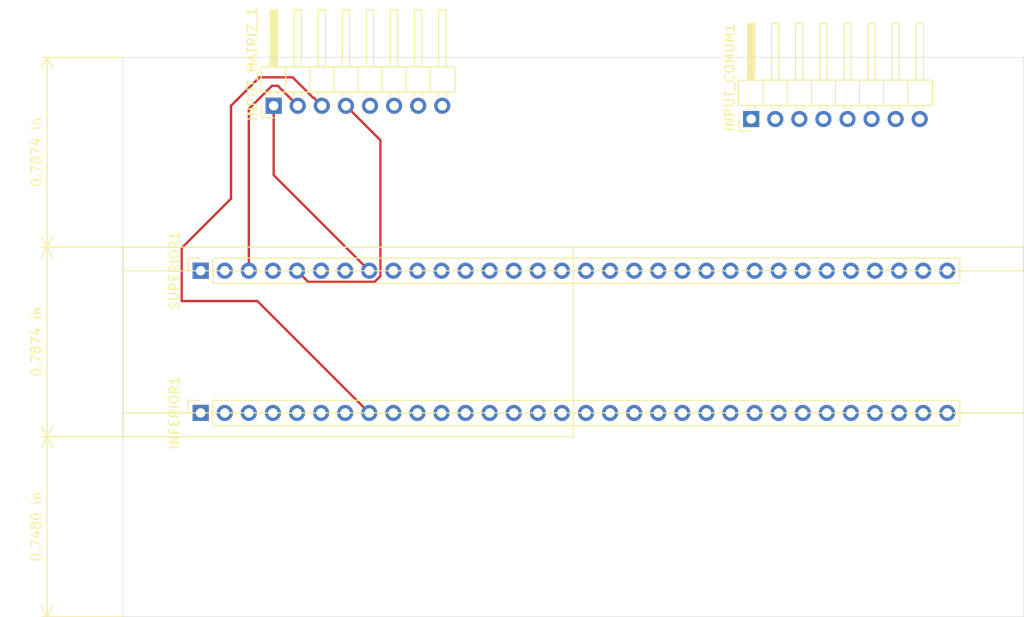
<source format=kicad_pcb>
(kicad_pcb (version 20171130) (host pcbnew "(5.1.5)-3")

  (general
    (thickness 1.6)
    (drawings 15)
    (tracks 23)
    (zones 0)
    (modules 4)
    (nets 41)
  )

  (page A4)
  (layers
    (0 F.Cu signal)
    (31 B.Cu signal)
    (32 B.Adhes user)
    (33 F.Adhes user)
    (34 B.Paste user)
    (35 F.Paste user)
    (36 B.SilkS user)
    (37 F.SilkS user)
    (38 B.Mask user)
    (39 F.Mask user)
    (40 Dwgs.User user)
    (41 Cmts.User user)
    (42 Eco1.User user)
    (43 Eco2.User user)
    (44 Edge.Cuts user)
    (45 Margin user)
    (46 B.CrtYd user)
    (47 F.CrtYd user)
    (48 B.Fab user)
    (49 F.Fab user)
  )

  (setup
    (last_trace_width 0.25)
    (trace_clearance 0.2)
    (zone_clearance 0.508)
    (zone_45_only no)
    (trace_min 0.2)
    (via_size 0.8)
    (via_drill 0.4)
    (via_min_size 0.4)
    (via_min_drill 0.3)
    (uvia_size 0.3)
    (uvia_drill 0.1)
    (uvias_allowed no)
    (uvia_min_size 0.2)
    (uvia_min_drill 0.1)
    (edge_width 0.05)
    (segment_width 0.2)
    (pcb_text_width 0.3)
    (pcb_text_size 1.5 1.5)
    (mod_edge_width 0.12)
    (mod_text_size 1 1)
    (mod_text_width 0.15)
    (pad_size 1.524 1.524)
    (pad_drill 0.762)
    (pad_to_mask_clearance 0.051)
    (solder_mask_min_width 0.25)
    (aux_axis_origin 157.4546 53.3146)
    (visible_elements 7FFFFFFF)
    (pcbplotparams
      (layerselection 0x010fc_ffffffff)
      (usegerberextensions false)
      (usegerberattributes false)
      (usegerberadvancedattributes false)
      (creategerberjobfile false)
      (excludeedgelayer true)
      (linewidth 0.100000)
      (plotframeref false)
      (viasonmask false)
      (mode 1)
      (useauxorigin false)
      (hpglpennumber 1)
      (hpglpenspeed 20)
      (hpglpendiameter 15.000000)
      (psnegative false)
      (psa4output false)
      (plotreference true)
      (plotvalue true)
      (plotinvisibletext false)
      (padsonsilk false)
      (subtractmaskfromsilk false)
      (outputformat 1)
      (mirror false)
      (drillshape 1)
      (scaleselection 1)
      (outputdirectory ""))
  )

  (net 0 "")
  (net 1 /M_1_8)
  (net 2 /M_1_7)
  (net 3 /M_1_6)
  (net 4 /M_1_5)
  (net 5 /M_1_4)
  (net 6 /M_1_3)
  (net 7 /M_1_2)
  (net 8 /M_1_1)
  (net 9 /M_2_8)
  (net 10 /M_2_7)
  (net 11 /M_2_6)
  (net 12 /M_2_5)
  (net 13 /M_2_4)
  (net 14 /M_2_3)
  (net 15 /M_2_2)
  (net 16 /M_2_1)
  (net 17 /C4)
  (net 18 /C6)
  (net 19 /C1)
  (net 20 /C8)
  (net 21 /C7)
  (net 22 /C5)
  (net 23 /C3)
  (net 24 /C2)
  (net 25 /M_3_8)
  (net 26 /M_3_7)
  (net 27 /M_3_6)
  (net 28 /M_3_5)
  (net 29 /M_3_4)
  (net 30 /M_3_3)
  (net 31 /M_3_2)
  (net 32 /M_3_1)
  (net 33 /M_4_8)
  (net 34 /M_4_7)
  (net 35 /M_4_6)
  (net 36 /M_4_5)
  (net 37 /M_4_4)
  (net 38 /M_4_3)
  (net 39 /M_4_2)
  (net 40 /M_4_1)

  (net_class Default "Esta é a classe de rede padrão."
    (clearance 0.2)
    (trace_width 0.25)
    (via_dia 0.8)
    (via_drill 0.4)
    (uvia_dia 0.3)
    (uvia_drill 0.1)
    (add_net /C1)
    (add_net /C2)
    (add_net /C3)
    (add_net /C4)
    (add_net /C5)
    (add_net /C6)
    (add_net /C7)
    (add_net /C8)
    (add_net /M_1_1)
    (add_net /M_1_2)
    (add_net /M_1_3)
    (add_net /M_1_4)
    (add_net /M_1_5)
    (add_net /M_1_6)
    (add_net /M_1_7)
    (add_net /M_1_8)
    (add_net /M_2_1)
    (add_net /M_2_2)
    (add_net /M_2_3)
    (add_net /M_2_4)
    (add_net /M_2_5)
    (add_net /M_2_6)
    (add_net /M_2_7)
    (add_net /M_2_8)
    (add_net /M_3_1)
    (add_net /M_3_2)
    (add_net /M_3_3)
    (add_net /M_3_4)
    (add_net /M_3_5)
    (add_net /M_3_6)
    (add_net /M_3_7)
    (add_net /M_3_8)
    (add_net /M_4_1)
    (add_net /M_4_2)
    (add_net /M_4_3)
    (add_net /M_4_4)
    (add_net /M_4_5)
    (add_net /M_4_6)
    (add_net /M_4_7)
    (add_net /M_4_8)
  )

  (module Connector_PinHeader_2.54mm:PinHeader_1x08_P2.54mm_Horizontal (layer F.Cu) (tedit 59FED5CB) (tstamp 5E7C2C88)
    (at 111 74.9 90)
    (descr "Through hole angled pin header, 1x08, 2.54mm pitch, 6mm pin length, single row")
    (tags "Through hole angled pin header THT 1x08 2.54mm single row")
    (path /5E65D08E)
    (fp_text reference INPUT_MATRIZ_1 (at 4.385 -2.27 90) (layer F.SilkS)
      (effects (font (size 1 1) (thickness 0.15)))
    )
    (fp_text value Conn_01x08_Male (at 4.385 20.05 90) (layer F.Fab)
      (effects (font (size 1 1) (thickness 0.15)))
    )
    (fp_text user %R (at 2.77 8.89) (layer F.Fab)
      (effects (font (size 1 1) (thickness 0.15)))
    )
    (fp_line (start 10.55 -1.8) (end -1.8 -1.8) (layer F.CrtYd) (width 0.05))
    (fp_line (start 10.55 19.55) (end 10.55 -1.8) (layer F.CrtYd) (width 0.05))
    (fp_line (start -1.8 19.55) (end 10.55 19.55) (layer F.CrtYd) (width 0.05))
    (fp_line (start -1.8 -1.8) (end -1.8 19.55) (layer F.CrtYd) (width 0.05))
    (fp_line (start -1.27 -1.27) (end 0 -1.27) (layer F.SilkS) (width 0.12))
    (fp_line (start -1.27 0) (end -1.27 -1.27) (layer F.SilkS) (width 0.12))
    (fp_line (start 1.042929 18.16) (end 1.44 18.16) (layer F.SilkS) (width 0.12))
    (fp_line (start 1.042929 17.4) (end 1.44 17.4) (layer F.SilkS) (width 0.12))
    (fp_line (start 10.1 18.16) (end 4.1 18.16) (layer F.SilkS) (width 0.12))
    (fp_line (start 10.1 17.4) (end 10.1 18.16) (layer F.SilkS) (width 0.12))
    (fp_line (start 4.1 17.4) (end 10.1 17.4) (layer F.SilkS) (width 0.12))
    (fp_line (start 1.44 16.51) (end 4.1 16.51) (layer F.SilkS) (width 0.12))
    (fp_line (start 1.042929 15.62) (end 1.44 15.62) (layer F.SilkS) (width 0.12))
    (fp_line (start 1.042929 14.86) (end 1.44 14.86) (layer F.SilkS) (width 0.12))
    (fp_line (start 10.1 15.62) (end 4.1 15.62) (layer F.SilkS) (width 0.12))
    (fp_line (start 10.1 14.86) (end 10.1 15.62) (layer F.SilkS) (width 0.12))
    (fp_line (start 4.1 14.86) (end 10.1 14.86) (layer F.SilkS) (width 0.12))
    (fp_line (start 1.44 13.97) (end 4.1 13.97) (layer F.SilkS) (width 0.12))
    (fp_line (start 1.042929 13.08) (end 1.44 13.08) (layer F.SilkS) (width 0.12))
    (fp_line (start 1.042929 12.32) (end 1.44 12.32) (layer F.SilkS) (width 0.12))
    (fp_line (start 10.1 13.08) (end 4.1 13.08) (layer F.SilkS) (width 0.12))
    (fp_line (start 10.1 12.32) (end 10.1 13.08) (layer F.SilkS) (width 0.12))
    (fp_line (start 4.1 12.32) (end 10.1 12.32) (layer F.SilkS) (width 0.12))
    (fp_line (start 1.44 11.43) (end 4.1 11.43) (layer F.SilkS) (width 0.12))
    (fp_line (start 1.042929 10.54) (end 1.44 10.54) (layer F.SilkS) (width 0.12))
    (fp_line (start 1.042929 9.78) (end 1.44 9.78) (layer F.SilkS) (width 0.12))
    (fp_line (start 10.1 10.54) (end 4.1 10.54) (layer F.SilkS) (width 0.12))
    (fp_line (start 10.1 9.78) (end 10.1 10.54) (layer F.SilkS) (width 0.12))
    (fp_line (start 4.1 9.78) (end 10.1 9.78) (layer F.SilkS) (width 0.12))
    (fp_line (start 1.44 8.89) (end 4.1 8.89) (layer F.SilkS) (width 0.12))
    (fp_line (start 1.042929 8) (end 1.44 8) (layer F.SilkS) (width 0.12))
    (fp_line (start 1.042929 7.24) (end 1.44 7.24) (layer F.SilkS) (width 0.12))
    (fp_line (start 10.1 8) (end 4.1 8) (layer F.SilkS) (width 0.12))
    (fp_line (start 10.1 7.24) (end 10.1 8) (layer F.SilkS) (width 0.12))
    (fp_line (start 4.1 7.24) (end 10.1 7.24) (layer F.SilkS) (width 0.12))
    (fp_line (start 1.44 6.35) (end 4.1 6.35) (layer F.SilkS) (width 0.12))
    (fp_line (start 1.042929 5.46) (end 1.44 5.46) (layer F.SilkS) (width 0.12))
    (fp_line (start 1.042929 4.7) (end 1.44 4.7) (layer F.SilkS) (width 0.12))
    (fp_line (start 10.1 5.46) (end 4.1 5.46) (layer F.SilkS) (width 0.12))
    (fp_line (start 10.1 4.7) (end 10.1 5.46) (layer F.SilkS) (width 0.12))
    (fp_line (start 4.1 4.7) (end 10.1 4.7) (layer F.SilkS) (width 0.12))
    (fp_line (start 1.44 3.81) (end 4.1 3.81) (layer F.SilkS) (width 0.12))
    (fp_line (start 1.042929 2.92) (end 1.44 2.92) (layer F.SilkS) (width 0.12))
    (fp_line (start 1.042929 2.16) (end 1.44 2.16) (layer F.SilkS) (width 0.12))
    (fp_line (start 10.1 2.92) (end 4.1 2.92) (layer F.SilkS) (width 0.12))
    (fp_line (start 10.1 2.16) (end 10.1 2.92) (layer F.SilkS) (width 0.12))
    (fp_line (start 4.1 2.16) (end 10.1 2.16) (layer F.SilkS) (width 0.12))
    (fp_line (start 1.44 1.27) (end 4.1 1.27) (layer F.SilkS) (width 0.12))
    (fp_line (start 1.11 0.38) (end 1.44 0.38) (layer F.SilkS) (width 0.12))
    (fp_line (start 1.11 -0.38) (end 1.44 -0.38) (layer F.SilkS) (width 0.12))
    (fp_line (start 4.1 0.28) (end 10.1 0.28) (layer F.SilkS) (width 0.12))
    (fp_line (start 4.1 0.16) (end 10.1 0.16) (layer F.SilkS) (width 0.12))
    (fp_line (start 4.1 0.04) (end 10.1 0.04) (layer F.SilkS) (width 0.12))
    (fp_line (start 4.1 -0.08) (end 10.1 -0.08) (layer F.SilkS) (width 0.12))
    (fp_line (start 4.1 -0.2) (end 10.1 -0.2) (layer F.SilkS) (width 0.12))
    (fp_line (start 4.1 -0.32) (end 10.1 -0.32) (layer F.SilkS) (width 0.12))
    (fp_line (start 10.1 0.38) (end 4.1 0.38) (layer F.SilkS) (width 0.12))
    (fp_line (start 10.1 -0.38) (end 10.1 0.38) (layer F.SilkS) (width 0.12))
    (fp_line (start 4.1 -0.38) (end 10.1 -0.38) (layer F.SilkS) (width 0.12))
    (fp_line (start 4.1 -1.33) (end 1.44 -1.33) (layer F.SilkS) (width 0.12))
    (fp_line (start 4.1 19.11) (end 4.1 -1.33) (layer F.SilkS) (width 0.12))
    (fp_line (start 1.44 19.11) (end 4.1 19.11) (layer F.SilkS) (width 0.12))
    (fp_line (start 1.44 -1.33) (end 1.44 19.11) (layer F.SilkS) (width 0.12))
    (fp_line (start 4.04 18.1) (end 10.04 18.1) (layer F.Fab) (width 0.1))
    (fp_line (start 10.04 17.46) (end 10.04 18.1) (layer F.Fab) (width 0.1))
    (fp_line (start 4.04 17.46) (end 10.04 17.46) (layer F.Fab) (width 0.1))
    (fp_line (start -0.32 18.1) (end 1.5 18.1) (layer F.Fab) (width 0.1))
    (fp_line (start -0.32 17.46) (end -0.32 18.1) (layer F.Fab) (width 0.1))
    (fp_line (start -0.32 17.46) (end 1.5 17.46) (layer F.Fab) (width 0.1))
    (fp_line (start 4.04 15.56) (end 10.04 15.56) (layer F.Fab) (width 0.1))
    (fp_line (start 10.04 14.92) (end 10.04 15.56) (layer F.Fab) (width 0.1))
    (fp_line (start 4.04 14.92) (end 10.04 14.92) (layer F.Fab) (width 0.1))
    (fp_line (start -0.32 15.56) (end 1.5 15.56) (layer F.Fab) (width 0.1))
    (fp_line (start -0.32 14.92) (end -0.32 15.56) (layer F.Fab) (width 0.1))
    (fp_line (start -0.32 14.92) (end 1.5 14.92) (layer F.Fab) (width 0.1))
    (fp_line (start 4.04 13.02) (end 10.04 13.02) (layer F.Fab) (width 0.1))
    (fp_line (start 10.04 12.38) (end 10.04 13.02) (layer F.Fab) (width 0.1))
    (fp_line (start 4.04 12.38) (end 10.04 12.38) (layer F.Fab) (width 0.1))
    (fp_line (start -0.32 13.02) (end 1.5 13.02) (layer F.Fab) (width 0.1))
    (fp_line (start -0.32 12.38) (end -0.32 13.02) (layer F.Fab) (width 0.1))
    (fp_line (start -0.32 12.38) (end 1.5 12.38) (layer F.Fab) (width 0.1))
    (fp_line (start 4.04 10.48) (end 10.04 10.48) (layer F.Fab) (width 0.1))
    (fp_line (start 10.04 9.84) (end 10.04 10.48) (layer F.Fab) (width 0.1))
    (fp_line (start 4.04 9.84) (end 10.04 9.84) (layer F.Fab) (width 0.1))
    (fp_line (start -0.32 10.48) (end 1.5 10.48) (layer F.Fab) (width 0.1))
    (fp_line (start -0.32 9.84) (end -0.32 10.48) (layer F.Fab) (width 0.1))
    (fp_line (start -0.32 9.84) (end 1.5 9.84) (layer F.Fab) (width 0.1))
    (fp_line (start 4.04 7.94) (end 10.04 7.94) (layer F.Fab) (width 0.1))
    (fp_line (start 10.04 7.3) (end 10.04 7.94) (layer F.Fab) (width 0.1))
    (fp_line (start 4.04 7.3) (end 10.04 7.3) (layer F.Fab) (width 0.1))
    (fp_line (start -0.32 7.94) (end 1.5 7.94) (layer F.Fab) (width 0.1))
    (fp_line (start -0.32 7.3) (end -0.32 7.94) (layer F.Fab) (width 0.1))
    (fp_line (start -0.32 7.3) (end 1.5 7.3) (layer F.Fab) (width 0.1))
    (fp_line (start 4.04 5.4) (end 10.04 5.4) (layer F.Fab) (width 0.1))
    (fp_line (start 10.04 4.76) (end 10.04 5.4) (layer F.Fab) (width 0.1))
    (fp_line (start 4.04 4.76) (end 10.04 4.76) (layer F.Fab) (width 0.1))
    (fp_line (start -0.32 5.4) (end 1.5 5.4) (layer F.Fab) (width 0.1))
    (fp_line (start -0.32 4.76) (end -0.32 5.4) (layer F.Fab) (width 0.1))
    (fp_line (start -0.32 4.76) (end 1.5 4.76) (layer F.Fab) (width 0.1))
    (fp_line (start 4.04 2.86) (end 10.04 2.86) (layer F.Fab) (width 0.1))
    (fp_line (start 10.04 2.22) (end 10.04 2.86) (layer F.Fab) (width 0.1))
    (fp_line (start 4.04 2.22) (end 10.04 2.22) (layer F.Fab) (width 0.1))
    (fp_line (start -0.32 2.86) (end 1.5 2.86) (layer F.Fab) (width 0.1))
    (fp_line (start -0.32 2.22) (end -0.32 2.86) (layer F.Fab) (width 0.1))
    (fp_line (start -0.32 2.22) (end 1.5 2.22) (layer F.Fab) (width 0.1))
    (fp_line (start 4.04 0.32) (end 10.04 0.32) (layer F.Fab) (width 0.1))
    (fp_line (start 10.04 -0.32) (end 10.04 0.32) (layer F.Fab) (width 0.1))
    (fp_line (start 4.04 -0.32) (end 10.04 -0.32) (layer F.Fab) (width 0.1))
    (fp_line (start -0.32 0.32) (end 1.5 0.32) (layer F.Fab) (width 0.1))
    (fp_line (start -0.32 -0.32) (end -0.32 0.32) (layer F.Fab) (width 0.1))
    (fp_line (start -0.32 -0.32) (end 1.5 -0.32) (layer F.Fab) (width 0.1))
    (fp_line (start 1.5 -0.635) (end 2.135 -1.27) (layer F.Fab) (width 0.1))
    (fp_line (start 1.5 19.05) (end 1.5 -0.635) (layer F.Fab) (width 0.1))
    (fp_line (start 4.04 19.05) (end 1.5 19.05) (layer F.Fab) (width 0.1))
    (fp_line (start 4.04 -1.27) (end 4.04 19.05) (layer F.Fab) (width 0.1))
    (fp_line (start 2.135 -1.27) (end 4.04 -1.27) (layer F.Fab) (width 0.1))
    (pad 8 thru_hole oval (at 0 17.78 90) (size 1.7 1.7) (drill 1) (layers *.Cu *.Mask)
      (net 1 /M_1_8))
    (pad 7 thru_hole oval (at 0 15.24 90) (size 1.7 1.7) (drill 1) (layers *.Cu *.Mask)
      (net 2 /M_1_7))
    (pad 6 thru_hole oval (at 0 12.7 90) (size 1.7 1.7) (drill 1) (layers *.Cu *.Mask)
      (net 3 /M_1_6))
    (pad 5 thru_hole oval (at 0 10.16 90) (size 1.7 1.7) (drill 1) (layers *.Cu *.Mask)
      (net 4 /M_1_5))
    (pad 4 thru_hole oval (at 0 7.62 90) (size 1.7 1.7) (drill 1) (layers *.Cu *.Mask)
      (net 5 /M_1_4))
    (pad 3 thru_hole oval (at 0 5.08 90) (size 1.7 1.7) (drill 1) (layers *.Cu *.Mask)
      (net 6 /M_1_3))
    (pad 2 thru_hole oval (at 0 2.54 90) (size 1.7 1.7) (drill 1) (layers *.Cu *.Mask)
      (net 7 /M_1_2))
    (pad 1 thru_hole rect (at 0 0 90) (size 1.7 1.7) (drill 1) (layers *.Cu *.Mask)
      (net 8 /M_1_1))
    (model ${KISYS3DMOD}/Connector_PinHeader_2.54mm.3dshapes/PinHeader_1x08_P2.54mm_Horizontal.wrl
      (at (xyz 0 0 0))
      (scale (xyz 1 1 1))
      (rotate (xyz 0 0 0))
    )
  )

  (module Connector_PinHeader_2.54mm:PinHeader_1x08_P2.54mm_Horizontal (layer F.Cu) (tedit 59FED5CB) (tstamp 5E79A294)
    (at 161.36 76.3 90)
    (descr "Through hole angled pin header, 1x08, 2.54mm pitch, 6mm pin length, single row")
    (tags "Through hole angled pin header THT 1x08 2.54mm single row")
    (path /5E6619DE)
    (fp_text reference INPUT_COMUM1 (at 4.385 -2.27 90) (layer F.SilkS)
      (effects (font (size 1 1) (thickness 0.15)))
    )
    (fp_text value Conn_01x08_Male (at 4.385 20.05 90) (layer F.Fab)
      (effects (font (size 1 1) (thickness 0.15)))
    )
    (fp_text user %R (at 2.77 8.89) (layer F.Fab)
      (effects (font (size 1 1) (thickness 0.15)))
    )
    (fp_line (start 10.55 -1.8) (end -1.8 -1.8) (layer F.CrtYd) (width 0.05))
    (fp_line (start 10.55 19.55) (end 10.55 -1.8) (layer F.CrtYd) (width 0.05))
    (fp_line (start -1.8 19.55) (end 10.55 19.55) (layer F.CrtYd) (width 0.05))
    (fp_line (start -1.8 -1.8) (end -1.8 19.55) (layer F.CrtYd) (width 0.05))
    (fp_line (start -1.27 -1.27) (end 0 -1.27) (layer F.SilkS) (width 0.12))
    (fp_line (start -1.27 0) (end -1.27 -1.27) (layer F.SilkS) (width 0.12))
    (fp_line (start 1.042929 18.16) (end 1.44 18.16) (layer F.SilkS) (width 0.12))
    (fp_line (start 1.042929 17.4) (end 1.44 17.4) (layer F.SilkS) (width 0.12))
    (fp_line (start 10.1 18.16) (end 4.1 18.16) (layer F.SilkS) (width 0.12))
    (fp_line (start 10.1 17.4) (end 10.1 18.16) (layer F.SilkS) (width 0.12))
    (fp_line (start 4.1 17.4) (end 10.1 17.4) (layer F.SilkS) (width 0.12))
    (fp_line (start 1.44 16.51) (end 4.1 16.51) (layer F.SilkS) (width 0.12))
    (fp_line (start 1.042929 15.62) (end 1.44 15.62) (layer F.SilkS) (width 0.12))
    (fp_line (start 1.042929 14.86) (end 1.44 14.86) (layer F.SilkS) (width 0.12))
    (fp_line (start 10.1 15.62) (end 4.1 15.62) (layer F.SilkS) (width 0.12))
    (fp_line (start 10.1 14.86) (end 10.1 15.62) (layer F.SilkS) (width 0.12))
    (fp_line (start 4.1 14.86) (end 10.1 14.86) (layer F.SilkS) (width 0.12))
    (fp_line (start 1.44 13.97) (end 4.1 13.97) (layer F.SilkS) (width 0.12))
    (fp_line (start 1.042929 13.08) (end 1.44 13.08) (layer F.SilkS) (width 0.12))
    (fp_line (start 1.042929 12.32) (end 1.44 12.32) (layer F.SilkS) (width 0.12))
    (fp_line (start 10.1 13.08) (end 4.1 13.08) (layer F.SilkS) (width 0.12))
    (fp_line (start 10.1 12.32) (end 10.1 13.08) (layer F.SilkS) (width 0.12))
    (fp_line (start 4.1 12.32) (end 10.1 12.32) (layer F.SilkS) (width 0.12))
    (fp_line (start 1.44 11.43) (end 4.1 11.43) (layer F.SilkS) (width 0.12))
    (fp_line (start 1.042929 10.54) (end 1.44 10.54) (layer F.SilkS) (width 0.12))
    (fp_line (start 1.042929 9.78) (end 1.44 9.78) (layer F.SilkS) (width 0.12))
    (fp_line (start 10.1 10.54) (end 4.1 10.54) (layer F.SilkS) (width 0.12))
    (fp_line (start 10.1 9.78) (end 10.1 10.54) (layer F.SilkS) (width 0.12))
    (fp_line (start 4.1 9.78) (end 10.1 9.78) (layer F.SilkS) (width 0.12))
    (fp_line (start 1.44 8.89) (end 4.1 8.89) (layer F.SilkS) (width 0.12))
    (fp_line (start 1.042929 8) (end 1.44 8) (layer F.SilkS) (width 0.12))
    (fp_line (start 1.042929 7.24) (end 1.44 7.24) (layer F.SilkS) (width 0.12))
    (fp_line (start 10.1 8) (end 4.1 8) (layer F.SilkS) (width 0.12))
    (fp_line (start 10.1 7.24) (end 10.1 8) (layer F.SilkS) (width 0.12))
    (fp_line (start 4.1 7.24) (end 10.1 7.24) (layer F.SilkS) (width 0.12))
    (fp_line (start 1.44 6.35) (end 4.1 6.35) (layer F.SilkS) (width 0.12))
    (fp_line (start 1.042929 5.46) (end 1.44 5.46) (layer F.SilkS) (width 0.12))
    (fp_line (start 1.042929 4.7) (end 1.44 4.7) (layer F.SilkS) (width 0.12))
    (fp_line (start 10.1 5.46) (end 4.1 5.46) (layer F.SilkS) (width 0.12))
    (fp_line (start 10.1 4.7) (end 10.1 5.46) (layer F.SilkS) (width 0.12))
    (fp_line (start 4.1 4.7) (end 10.1 4.7) (layer F.SilkS) (width 0.12))
    (fp_line (start 1.44 3.81) (end 4.1 3.81) (layer F.SilkS) (width 0.12))
    (fp_line (start 1.042929 2.92) (end 1.44 2.92) (layer F.SilkS) (width 0.12))
    (fp_line (start 1.042929 2.16) (end 1.44 2.16) (layer F.SilkS) (width 0.12))
    (fp_line (start 10.1 2.92) (end 4.1 2.92) (layer F.SilkS) (width 0.12))
    (fp_line (start 10.1 2.16) (end 10.1 2.92) (layer F.SilkS) (width 0.12))
    (fp_line (start 4.1 2.16) (end 10.1 2.16) (layer F.SilkS) (width 0.12))
    (fp_line (start 1.44 1.27) (end 4.1 1.27) (layer F.SilkS) (width 0.12))
    (fp_line (start 1.11 0.38) (end 1.44 0.38) (layer F.SilkS) (width 0.12))
    (fp_line (start 1.11 -0.38) (end 1.44 -0.38) (layer F.SilkS) (width 0.12))
    (fp_line (start 4.1 0.28) (end 10.1 0.28) (layer F.SilkS) (width 0.12))
    (fp_line (start 4.1 0.16) (end 10.1 0.16) (layer F.SilkS) (width 0.12))
    (fp_line (start 4.1 0.04) (end 10.1 0.04) (layer F.SilkS) (width 0.12))
    (fp_line (start 4.1 -0.08) (end 10.1 -0.08) (layer F.SilkS) (width 0.12))
    (fp_line (start 4.1 -0.2) (end 10.1 -0.2) (layer F.SilkS) (width 0.12))
    (fp_line (start 4.1 -0.32) (end 10.1 -0.32) (layer F.SilkS) (width 0.12))
    (fp_line (start 10.1 0.38) (end 4.1 0.38) (layer F.SilkS) (width 0.12))
    (fp_line (start 10.1 -0.38) (end 10.1 0.38) (layer F.SilkS) (width 0.12))
    (fp_line (start 4.1 -0.38) (end 10.1 -0.38) (layer F.SilkS) (width 0.12))
    (fp_line (start 4.1 -1.33) (end 1.44 -1.33) (layer F.SilkS) (width 0.12))
    (fp_line (start 4.1 19.11) (end 4.1 -1.33) (layer F.SilkS) (width 0.12))
    (fp_line (start 1.44 19.11) (end 4.1 19.11) (layer F.SilkS) (width 0.12))
    (fp_line (start 1.44 -1.33) (end 1.44 19.11) (layer F.SilkS) (width 0.12))
    (fp_line (start 4.04 18.1) (end 10.04 18.1) (layer F.Fab) (width 0.1))
    (fp_line (start 10.04 17.46) (end 10.04 18.1) (layer F.Fab) (width 0.1))
    (fp_line (start 4.04 17.46) (end 10.04 17.46) (layer F.Fab) (width 0.1))
    (fp_line (start -0.32 18.1) (end 1.5 18.1) (layer F.Fab) (width 0.1))
    (fp_line (start -0.32 17.46) (end -0.32 18.1) (layer F.Fab) (width 0.1))
    (fp_line (start -0.32 17.46) (end 1.5 17.46) (layer F.Fab) (width 0.1))
    (fp_line (start 4.04 15.56) (end 10.04 15.56) (layer F.Fab) (width 0.1))
    (fp_line (start 10.04 14.92) (end 10.04 15.56) (layer F.Fab) (width 0.1))
    (fp_line (start 4.04 14.92) (end 10.04 14.92) (layer F.Fab) (width 0.1))
    (fp_line (start -0.32 15.56) (end 1.5 15.56) (layer F.Fab) (width 0.1))
    (fp_line (start -0.32 14.92) (end -0.32 15.56) (layer F.Fab) (width 0.1))
    (fp_line (start -0.32 14.92) (end 1.5 14.92) (layer F.Fab) (width 0.1))
    (fp_line (start 4.04 13.02) (end 10.04 13.02) (layer F.Fab) (width 0.1))
    (fp_line (start 10.04 12.38) (end 10.04 13.02) (layer F.Fab) (width 0.1))
    (fp_line (start 4.04 12.38) (end 10.04 12.38) (layer F.Fab) (width 0.1))
    (fp_line (start -0.32 13.02) (end 1.5 13.02) (layer F.Fab) (width 0.1))
    (fp_line (start -0.32 12.38) (end -0.32 13.02) (layer F.Fab) (width 0.1))
    (fp_line (start -0.32 12.38) (end 1.5 12.38) (layer F.Fab) (width 0.1))
    (fp_line (start 4.04 10.48) (end 10.04 10.48) (layer F.Fab) (width 0.1))
    (fp_line (start 10.04 9.84) (end 10.04 10.48) (layer F.Fab) (width 0.1))
    (fp_line (start 4.04 9.84) (end 10.04 9.84) (layer F.Fab) (width 0.1))
    (fp_line (start -0.32 10.48) (end 1.5 10.48) (layer F.Fab) (width 0.1))
    (fp_line (start -0.32 9.84) (end -0.32 10.48) (layer F.Fab) (width 0.1))
    (fp_line (start -0.32 9.84) (end 1.5 9.84) (layer F.Fab) (width 0.1))
    (fp_line (start 4.04 7.94) (end 10.04 7.94) (layer F.Fab) (width 0.1))
    (fp_line (start 10.04 7.3) (end 10.04 7.94) (layer F.Fab) (width 0.1))
    (fp_line (start 4.04 7.3) (end 10.04 7.3) (layer F.Fab) (width 0.1))
    (fp_line (start -0.32 7.94) (end 1.5 7.94) (layer F.Fab) (width 0.1))
    (fp_line (start -0.32 7.3) (end -0.32 7.94) (layer F.Fab) (width 0.1))
    (fp_line (start -0.32 7.3) (end 1.5 7.3) (layer F.Fab) (width 0.1))
    (fp_line (start 4.04 5.4) (end 10.04 5.4) (layer F.Fab) (width 0.1))
    (fp_line (start 10.04 4.76) (end 10.04 5.4) (layer F.Fab) (width 0.1))
    (fp_line (start 4.04 4.76) (end 10.04 4.76) (layer F.Fab) (width 0.1))
    (fp_line (start -0.32 5.4) (end 1.5 5.4) (layer F.Fab) (width 0.1))
    (fp_line (start -0.32 4.76) (end -0.32 5.4) (layer F.Fab) (width 0.1))
    (fp_line (start -0.32 4.76) (end 1.5 4.76) (layer F.Fab) (width 0.1))
    (fp_line (start 4.04 2.86) (end 10.04 2.86) (layer F.Fab) (width 0.1))
    (fp_line (start 10.04 2.22) (end 10.04 2.86) (layer F.Fab) (width 0.1))
    (fp_line (start 4.04 2.22) (end 10.04 2.22) (layer F.Fab) (width 0.1))
    (fp_line (start -0.32 2.86) (end 1.5 2.86) (layer F.Fab) (width 0.1))
    (fp_line (start -0.32 2.22) (end -0.32 2.86) (layer F.Fab) (width 0.1))
    (fp_line (start -0.32 2.22) (end 1.5 2.22) (layer F.Fab) (width 0.1))
    (fp_line (start 4.04 0.32) (end 10.04 0.32) (layer F.Fab) (width 0.1))
    (fp_line (start 10.04 -0.32) (end 10.04 0.32) (layer F.Fab) (width 0.1))
    (fp_line (start 4.04 -0.32) (end 10.04 -0.32) (layer F.Fab) (width 0.1))
    (fp_line (start -0.32 0.32) (end 1.5 0.32) (layer F.Fab) (width 0.1))
    (fp_line (start -0.32 -0.32) (end -0.32 0.32) (layer F.Fab) (width 0.1))
    (fp_line (start -0.32 -0.32) (end 1.5 -0.32) (layer F.Fab) (width 0.1))
    (fp_line (start 1.5 -0.635) (end 2.135 -1.27) (layer F.Fab) (width 0.1))
    (fp_line (start 1.5 19.05) (end 1.5 -0.635) (layer F.Fab) (width 0.1))
    (fp_line (start 4.04 19.05) (end 1.5 19.05) (layer F.Fab) (width 0.1))
    (fp_line (start 4.04 -1.27) (end 4.04 19.05) (layer F.Fab) (width 0.1))
    (fp_line (start 2.135 -1.27) (end 4.04 -1.27) (layer F.Fab) (width 0.1))
    (pad 8 thru_hole oval (at 0 17.78 90) (size 1.7 1.7) (drill 1) (layers *.Cu *.Mask)
      (net 20 /C8))
    (pad 7 thru_hole oval (at 0 15.24 90) (size 1.7 1.7) (drill 1) (layers *.Cu *.Mask)
      (net 21 /C7))
    (pad 6 thru_hole oval (at 0 12.7 90) (size 1.7 1.7) (drill 1) (layers *.Cu *.Mask)
      (net 18 /C6))
    (pad 5 thru_hole oval (at 0 10.16 90) (size 1.7 1.7) (drill 1) (layers *.Cu *.Mask)
      (net 22 /C5))
    (pad 4 thru_hole oval (at 0 7.62 90) (size 1.7 1.7) (drill 1) (layers *.Cu *.Mask)
      (net 17 /C4))
    (pad 3 thru_hole oval (at 0 5.08 90) (size 1.7 1.7) (drill 1) (layers *.Cu *.Mask)
      (net 23 /C3))
    (pad 2 thru_hole oval (at 0 2.54 90) (size 1.7 1.7) (drill 1) (layers *.Cu *.Mask)
      (net 24 /C2))
    (pad 1 thru_hole rect (at 0 0 90) (size 1.7 1.7) (drill 1) (layers *.Cu *.Mask)
      (net 19 /C1))
    (model ${KISYS3DMOD}/Connector_PinHeader_2.54mm.3dshapes/PinHeader_1x08_P2.54mm_Horizontal.wrl
      (at (xyz 0 0 0))
      (scale (xyz 1 1 1))
      (rotate (xyz 0 0 0))
    )
  )

  (module Connector_PinSocket_2.54mm:PinSocket_1x32_P2.54mm_Vertical (layer F.Cu) (tedit 5A19A422) (tstamp 5E798A0C)
    (at 103.3 92.3 90)
    (descr "Through hole straight socket strip, 1x32, 2.54mm pitch, single row (from Kicad 4.0.7), script generated")
    (tags "Through hole socket strip THT 1x32 2.54mm single row")
    (path /5E7C3046)
    (fp_text reference SUPERIOR1 (at 0 -2.77 90) (layer F.SilkS)
      (effects (font (size 1 1) (thickness 0.15)))
    )
    (fp_text value Conn_01x32_Female (at 0 81.51 90) (layer F.Fab)
      (effects (font (size 1 1) (thickness 0.15)))
    )
    (fp_text user %R (at 0 39.37) (layer F.Fab)
      (effects (font (size 1 1) (thickness 0.15)))
    )
    (fp_line (start -1.8 80.55) (end -1.8 -1.8) (layer F.CrtYd) (width 0.05))
    (fp_line (start 1.75 80.55) (end -1.8 80.55) (layer F.CrtYd) (width 0.05))
    (fp_line (start 1.75 -1.8) (end 1.75 80.55) (layer F.CrtYd) (width 0.05))
    (fp_line (start -1.8 -1.8) (end 1.75 -1.8) (layer F.CrtYd) (width 0.05))
    (fp_line (start 0 -1.33) (end 1.33 -1.33) (layer F.SilkS) (width 0.12))
    (fp_line (start 1.33 -1.33) (end 1.33 0) (layer F.SilkS) (width 0.12))
    (fp_line (start 1.33 1.27) (end 1.33 80.07) (layer F.SilkS) (width 0.12))
    (fp_line (start -1.33 80.07) (end 1.33 80.07) (layer F.SilkS) (width 0.12))
    (fp_line (start -1.33 1.27) (end -1.33 80.07) (layer F.SilkS) (width 0.12))
    (fp_line (start -1.33 1.27) (end 1.33 1.27) (layer F.SilkS) (width 0.12))
    (fp_line (start -1.27 80.01) (end -1.27 -1.27) (layer F.Fab) (width 0.1))
    (fp_line (start 1.27 80.01) (end -1.27 80.01) (layer F.Fab) (width 0.1))
    (fp_line (start 1.27 -0.635) (end 1.27 80.01) (layer F.Fab) (width 0.1))
    (fp_line (start 0.635 -1.27) (end 1.27 -0.635) (layer F.Fab) (width 0.1))
    (fp_line (start -1.27 -1.27) (end 0.635 -1.27) (layer F.Fab) (width 0.1))
    (pad 32 thru_hole oval (at 0 78.74 90) (size 1.7 1.7) (drill 1) (layers *.Cu *.Mask)
      (net 40 /M_4_1))
    (pad 31 thru_hole oval (at 0 76.2 90) (size 1.7 1.7) (drill 1) (layers *.Cu *.Mask)
      (net 17 /C4))
    (pad 30 thru_hole oval (at 0 73.66 90) (size 1.7 1.7) (drill 1) (layers *.Cu *.Mask)
      (net 18 /C6))
    (pad 29 thru_hole oval (at 0 71.12 90) (size 1.7 1.7) (drill 1) (layers *.Cu *.Mask)
      (net 37 /M_4_4))
    (pad 28 thru_hole oval (at 0 68.58 90) (size 1.7 1.7) (drill 1) (layers *.Cu *.Mask)
      (net 19 /C1))
    (pad 27 thru_hole oval (at 0 66.04 90) (size 1.7 1.7) (drill 1) (layers *.Cu *.Mask)
      (net 39 /M_4_2))
    (pad 26 thru_hole oval (at 0 63.5 90) (size 1.7 1.7) (drill 1) (layers *.Cu *.Mask)
      (net 20 /C8))
    (pad 25 thru_hole oval (at 0 60.96 90) (size 1.7 1.7) (drill 1) (layers *.Cu *.Mask)
      (net 21 /C7))
    (pad 24 thru_hole oval (at 0 58.42 90) (size 1.7 1.7) (drill 1) (layers *.Cu *.Mask)
      (net 32 /M_3_1))
    (pad 23 thru_hole oval (at 0 55.88 90) (size 1.7 1.7) (drill 1) (layers *.Cu *.Mask)
      (net 17 /C4))
    (pad 22 thru_hole oval (at 0 53.34 90) (size 1.7 1.7) (drill 1) (layers *.Cu *.Mask)
      (net 18 /C6))
    (pad 21 thru_hole oval (at 0 50.8 90) (size 1.7 1.7) (drill 1) (layers *.Cu *.Mask)
      (net 29 /M_3_4))
    (pad 20 thru_hole oval (at 0 48.26 90) (size 1.7 1.7) (drill 1) (layers *.Cu *.Mask)
      (net 19 /C1))
    (pad 19 thru_hole oval (at 0 45.72 90) (size 1.7 1.7) (drill 1) (layers *.Cu *.Mask)
      (net 31 /M_3_2))
    (pad 18 thru_hole oval (at 0 43.18 90) (size 1.7 1.7) (drill 1) (layers *.Cu *.Mask)
      (net 20 /C8))
    (pad 17 thru_hole oval (at 0 40.64 90) (size 1.7 1.7) (drill 1) (layers *.Cu *.Mask)
      (net 21 /C7))
    (pad 16 thru_hole oval (at 0 38.1 90) (size 1.7 1.7) (drill 1) (layers *.Cu *.Mask)
      (net 16 /M_2_1))
    (pad 15 thru_hole oval (at 0 35.56 90) (size 1.7 1.7) (drill 1) (layers *.Cu *.Mask)
      (net 17 /C4))
    (pad 14 thru_hole oval (at 0 33.02 90) (size 1.7 1.7) (drill 1) (layers *.Cu *.Mask)
      (net 18 /C6))
    (pad 13 thru_hole oval (at 0 30.48 90) (size 1.7 1.7) (drill 1) (layers *.Cu *.Mask)
      (net 13 /M_2_4))
    (pad 12 thru_hole oval (at 0 27.94 90) (size 1.7 1.7) (drill 1) (layers *.Cu *.Mask)
      (net 19 /C1))
    (pad 11 thru_hole oval (at 0 25.4 90) (size 1.7 1.7) (drill 1) (layers *.Cu *.Mask)
      (net 15 /M_2_2))
    (pad 10 thru_hole oval (at 0 22.86 90) (size 1.7 1.7) (drill 1) (layers *.Cu *.Mask)
      (net 20 /C8))
    (pad 9 thru_hole oval (at 0 20.32 90) (size 1.7 1.7) (drill 1) (layers *.Cu *.Mask)
      (net 21 /C7))
    (pad 8 thru_hole oval (at 0 17.78 90) (size 1.7 1.7) (drill 1) (layers *.Cu *.Mask)
      (net 8 /M_1_1))
    (pad 7 thru_hole oval (at 0 15.24 90) (size 1.7 1.7) (drill 1) (layers *.Cu *.Mask)
      (net 17 /C4))
    (pad 6 thru_hole oval (at 0 12.7 90) (size 1.7 1.7) (drill 1) (layers *.Cu *.Mask)
      (net 18 /C6))
    (pad 5 thru_hole oval (at 0 10.16 90) (size 1.7 1.7) (drill 1) (layers *.Cu *.Mask)
      (net 5 /M_1_4))
    (pad 4 thru_hole oval (at 0 7.62 90) (size 1.7 1.7) (drill 1) (layers *.Cu *.Mask)
      (net 19 /C1))
    (pad 3 thru_hole oval (at 0 5.08 90) (size 1.7 1.7) (drill 1) (layers *.Cu *.Mask)
      (net 7 /M_1_2))
    (pad 2 thru_hole oval (at 0 2.54 90) (size 1.7 1.7) (drill 1) (layers *.Cu *.Mask)
      (net 20 /C8))
    (pad 1 thru_hole rect (at 0 0 90) (size 1.7 1.7) (drill 1) (layers *.Cu *.Mask)
      (net 21 /C7))
    (model ${KISYS3DMOD}/Connector_PinSocket_2.54mm.3dshapes/PinSocket_1x32_P2.54mm_Vertical.wrl
      (at (xyz 0 0 0))
      (scale (xyz 1 1 1))
      (rotate (xyz 0 0 0))
    )
  )

  (module Connector_PinSocket_2.54mm:PinSocket_1x32_P2.54mm_Vertical (layer F.Cu) (tedit 5A19A422) (tstamp 5E7989D8)
    (at 103.3 107.3 90)
    (descr "Through hole straight socket strip, 1x32, 2.54mm pitch, single row (from Kicad 4.0.7), script generated")
    (tags "Through hole socket strip THT 1x32 2.54mm single row")
    (path /5E7E758E)
    (fp_text reference INFERIOR1 (at 0 -2.77 90) (layer F.SilkS)
      (effects (font (size 1 1) (thickness 0.15)))
    )
    (fp_text value Conn_01x32_Female (at 0 81.51 90) (layer F.Fab)
      (effects (font (size 1 1) (thickness 0.15)))
    )
    (fp_text user %R (at 0 39.37) (layer F.Fab)
      (effects (font (size 1 1) (thickness 0.15)))
    )
    (fp_line (start -1.8 80.55) (end -1.8 -1.8) (layer F.CrtYd) (width 0.05))
    (fp_line (start 1.75 80.55) (end -1.8 80.55) (layer F.CrtYd) (width 0.05))
    (fp_line (start 1.75 -1.8) (end 1.75 80.55) (layer F.CrtYd) (width 0.05))
    (fp_line (start -1.8 -1.8) (end 1.75 -1.8) (layer F.CrtYd) (width 0.05))
    (fp_line (start 0 -1.33) (end 1.33 -1.33) (layer F.SilkS) (width 0.12))
    (fp_line (start 1.33 -1.33) (end 1.33 0) (layer F.SilkS) (width 0.12))
    (fp_line (start 1.33 1.27) (end 1.33 80.07) (layer F.SilkS) (width 0.12))
    (fp_line (start -1.33 80.07) (end 1.33 80.07) (layer F.SilkS) (width 0.12))
    (fp_line (start -1.33 1.27) (end -1.33 80.07) (layer F.SilkS) (width 0.12))
    (fp_line (start -1.33 1.27) (end 1.33 1.27) (layer F.SilkS) (width 0.12))
    (fp_line (start -1.27 80.01) (end -1.27 -1.27) (layer F.Fab) (width 0.1))
    (fp_line (start 1.27 80.01) (end -1.27 80.01) (layer F.Fab) (width 0.1))
    (fp_line (start 1.27 -0.635) (end 1.27 80.01) (layer F.Fab) (width 0.1))
    (fp_line (start 0.635 -1.27) (end 1.27 -0.635) (layer F.Fab) (width 0.1))
    (fp_line (start -1.27 -1.27) (end 0.635 -1.27) (layer F.Fab) (width 0.1))
    (pad 32 thru_hole oval (at 0 78.74 90) (size 1.7 1.7) (drill 1) (layers *.Cu *.Mask)
      (net 38 /M_4_3))
    (pad 31 thru_hole oval (at 0 76.2 90) (size 1.7 1.7) (drill 1) (layers *.Cu *.Mask)
      (net 35 /M_4_6))
    (pad 30 thru_hole oval (at 0 73.66 90) (size 1.7 1.7) (drill 1) (layers *.Cu *.Mask)
      (net 22 /C5))
    (pad 29 thru_hole oval (at 0 71.12 90) (size 1.7 1.7) (drill 1) (layers *.Cu *.Mask)
      (net 33 /M_4_8))
    (pad 28 thru_hole oval (at 0 68.58 90) (size 1.7 1.7) (drill 1) (layers *.Cu *.Mask)
      (net 23 /C3))
    (pad 27 thru_hole oval (at 0 66.04 90) (size 1.7 1.7) (drill 1) (layers *.Cu *.Mask)
      (net 24 /C2))
    (pad 26 thru_hole oval (at 0 63.5 90) (size 1.7 1.7) (drill 1) (layers *.Cu *.Mask)
      (net 34 /M_4_7))
    (pad 25 thru_hole oval (at 0 60.96 90) (size 1.7 1.7) (drill 1) (layers *.Cu *.Mask)
      (net 36 /M_4_5))
    (pad 24 thru_hole oval (at 0 58.42 90) (size 1.7 1.7) (drill 1) (layers *.Cu *.Mask)
      (net 30 /M_3_3))
    (pad 23 thru_hole oval (at 0 55.88 90) (size 1.7 1.7) (drill 1) (layers *.Cu *.Mask)
      (net 27 /M_3_6))
    (pad 22 thru_hole oval (at 0 53.34 90) (size 1.7 1.7) (drill 1) (layers *.Cu *.Mask)
      (net 22 /C5))
    (pad 21 thru_hole oval (at 0 50.8 90) (size 1.7 1.7) (drill 1) (layers *.Cu *.Mask)
      (net 25 /M_3_8))
    (pad 20 thru_hole oval (at 0 48.26 90) (size 1.7 1.7) (drill 1) (layers *.Cu *.Mask)
      (net 23 /C3))
    (pad 19 thru_hole oval (at 0 45.72 90) (size 1.7 1.7) (drill 1) (layers *.Cu *.Mask)
      (net 24 /C2))
    (pad 18 thru_hole oval (at 0 43.18 90) (size 1.7 1.7) (drill 1) (layers *.Cu *.Mask)
      (net 26 /M_3_7))
    (pad 17 thru_hole oval (at 0 40.64 90) (size 1.7 1.7) (drill 1) (layers *.Cu *.Mask)
      (net 28 /M_3_5))
    (pad 16 thru_hole oval (at 0 38.1 90) (size 1.7 1.7) (drill 1) (layers *.Cu *.Mask)
      (net 14 /M_2_3))
    (pad 15 thru_hole oval (at 0 35.56 90) (size 1.7 1.7) (drill 1) (layers *.Cu *.Mask)
      (net 11 /M_2_6))
    (pad 14 thru_hole oval (at 0 33.02 90) (size 1.7 1.7) (drill 1) (layers *.Cu *.Mask)
      (net 22 /C5))
    (pad 13 thru_hole oval (at 0 30.48 90) (size 1.7 1.7) (drill 1) (layers *.Cu *.Mask)
      (net 9 /M_2_8))
    (pad 12 thru_hole oval (at 0 27.94 90) (size 1.7 1.7) (drill 1) (layers *.Cu *.Mask)
      (net 23 /C3))
    (pad 11 thru_hole oval (at 0 25.4 90) (size 1.7 1.7) (drill 1) (layers *.Cu *.Mask)
      (net 24 /C2))
    (pad 10 thru_hole oval (at 0 22.86 90) (size 1.7 1.7) (drill 1) (layers *.Cu *.Mask)
      (net 10 /M_2_7))
    (pad 9 thru_hole oval (at 0 20.32 90) (size 1.7 1.7) (drill 1) (layers *.Cu *.Mask)
      (net 12 /M_2_5))
    (pad 8 thru_hole oval (at 0 17.78 90) (size 1.7 1.7) (drill 1) (layers *.Cu *.Mask)
      (net 6 /M_1_3))
    (pad 7 thru_hole oval (at 0 15.24 90) (size 1.7 1.7) (drill 1) (layers *.Cu *.Mask)
      (net 3 /M_1_6))
    (pad 6 thru_hole oval (at 0 12.7 90) (size 1.7 1.7) (drill 1) (layers *.Cu *.Mask)
      (net 22 /C5))
    (pad 5 thru_hole oval (at 0 10.16 90) (size 1.7 1.7) (drill 1) (layers *.Cu *.Mask)
      (net 1 /M_1_8))
    (pad 4 thru_hole oval (at 0 7.62 90) (size 1.7 1.7) (drill 1) (layers *.Cu *.Mask)
      (net 23 /C3))
    (pad 3 thru_hole oval (at 0 5.08 90) (size 1.7 1.7) (drill 1) (layers *.Cu *.Mask)
      (net 24 /C2))
    (pad 2 thru_hole oval (at 0 2.54 90) (size 1.7 1.7) (drill 1) (layers *.Cu *.Mask)
      (net 2 /M_1_7))
    (pad 1 thru_hole rect (at 0 0 90) (size 1.7 1.7) (drill 1) (layers *.Cu *.Mask)
      (net 4 /M_1_5))
    (model ${KISYS3DMOD}/Connector_PinSocket_2.54mm.3dshapes/PinSocket_1x32_P2.54mm_Vertical.wrl
      (at (xyz 0 0 0))
      (scale (xyz 1 1 1))
      (rotate (xyz 0 0 0))
    )
  )

  (gr_line (start 95.1 107.3) (end 190.1 107.3) (layer F.SilkS) (width 0.12))
  (gr_line (start 95.1 109.8) (end 95.1 107.3) (layer F.SilkS) (width 0.12))
  (gr_line (start 190.1 92.3) (end 95.1 92.3) (layer F.SilkS) (width 0.12))
  (gr_line (start 190.1 89.8) (end 190.1 92.3) (layer F.SilkS) (width 0.12))
  (dimension 20 (width 0.12) (layer F.SilkS)
    (gr_text "20,000 mm" (at 85.83 79.8 90) (layer F.SilkS)
      (effects (font (size 1 1) (thickness 0.15)))
    )
    (feature1 (pts (xy 95.1 69.8) (xy 86.513579 69.8)))
    (feature2 (pts (xy 95.1 89.8) (xy 86.513579 89.8)))
    (crossbar (pts (xy 87.1 89.8) (xy 87.1 69.8)))
    (arrow1a (pts (xy 87.1 69.8) (xy 87.686421 70.926504)))
    (arrow1b (pts (xy 87.1 69.8) (xy 86.513579 70.926504)))
    (arrow2a (pts (xy 87.1 89.8) (xy 87.686421 88.673496)))
    (arrow2b (pts (xy 87.1 89.8) (xy 86.513579 88.673496)))
  )
  (dimension 19 (width 0.12) (layer F.SilkS)
    (gr_text "19,000 mm" (at 85.83 119.3 90) (layer F.SilkS)
      (effects (font (size 1 1) (thickness 0.15)))
    )
    (feature1 (pts (xy 95.1 109.8) (xy 86.513579 109.8)))
    (feature2 (pts (xy 95.1 128.8) (xy 86.513579 128.8)))
    (crossbar (pts (xy 87.1 128.8) (xy 87.1 109.8)))
    (arrow1a (pts (xy 87.1 109.8) (xy 87.686421 110.926504)))
    (arrow1b (pts (xy 87.1 109.8) (xy 86.513579 110.926504)))
    (arrow2a (pts (xy 87.1 128.8) (xy 87.686421 127.673496)))
    (arrow2b (pts (xy 87.1 128.8) (xy 86.513579 127.673496)))
  )
  (gr_line (start 142.6 109.8) (end 142.6 89.8) (layer F.SilkS) (width 0.12))
  (gr_line (start 95.1 109.8) (end 142.6 109.8) (layer F.SilkS) (width 0.12))
  (gr_line (start 95.1 89.8) (end 190.1 89.8) (layer F.SilkS) (width 0.12))
  (dimension 20 (width 0.12) (layer F.SilkS)
    (gr_text "20,000 mm" (at 85.83 99.8 90) (layer F.SilkS)
      (effects (font (size 1 1) (thickness 0.15)))
    )
    (feature1 (pts (xy 95.1 89.8) (xy 86.513579 89.8)))
    (feature2 (pts (xy 95.1 109.8) (xy 86.513579 109.8)))
    (crossbar (pts (xy 87.1 109.8) (xy 87.1 89.8)))
    (arrow1a (pts (xy 87.1 89.8) (xy 87.686421 90.926504)))
    (arrow1b (pts (xy 87.1 89.8) (xy 86.513579 90.926504)))
    (arrow2a (pts (xy 87.1 109.8) (xy 87.686421 108.673496)))
    (arrow2b (pts (xy 87.1 109.8) (xy 86.513579 108.673496)))
  )
  (gr_line (start 95.1 109.8) (end 95.1 89.8) (layer F.SilkS) (width 0.12))
  (gr_line (start 95.1 128.8) (end 95.1 69.8) (layer Edge.Cuts) (width 0.05) (tstamp 5E7991F6))
  (gr_line (start 190.1 128.8) (end 95.1 128.8) (layer Edge.Cuts) (width 0.05))
  (gr_line (start 190.1 69.8) (end 190.1 128.8) (layer Edge.Cuts) (width 0.05))
  (gr_line (start 95.1 69.8) (end 190.1 69.8) (layer Edge.Cuts) (width 0.05))

  (segment (start 114.309999 93.149999) (end 113.46 92.3) (width 0.25) (layer F.Cu) (net 5))
  (segment (start 114.635001 93.475001) (end 114.309999 93.149999) (width 0.25) (layer F.Cu) (net 5))
  (segment (start 121.644001 93.475001) (end 114.635001 93.475001) (width 0.25) (layer F.Cu) (net 5))
  (segment (start 122.255001 92.864001) (end 121.644001 93.475001) (width 0.25) (layer F.Cu) (net 5))
  (segment (start 122.255001 78.535001) (end 122.255001 92.864001) (width 0.25) (layer F.Cu) (net 5))
  (segment (start 118.62 74.9) (end 122.255001 78.535001) (width 0.25) (layer F.Cu) (net 5))
  (segment (start 115.230001 74.050001) (end 115.150001 74.050001) (width 0.25) (layer F.Cu) (net 6))
  (segment (start 116.08 74.9) (end 115.230001 74.050001) (width 0.25) (layer F.Cu) (net 6))
  (segment (start 115.150001 74.050001) (end 113 71.9) (width 0.25) (layer F.Cu) (net 6))
  (segment (start 113 71.9) (end 109.5 71.9) (width 0.25) (layer F.Cu) (net 6))
  (segment (start 109.5 71.9) (end 106.5 74.9) (width 0.25) (layer F.Cu) (net 6))
  (segment (start 106.5 74.9) (end 106.5 84.7) (width 0.25) (layer F.Cu) (net 6))
  (segment (start 106.5 84.7) (end 101.3 89.9) (width 0.25) (layer F.Cu) (net 6))
  (segment (start 101.3 89.9) (end 101.3 95.5) (width 0.25) (layer F.Cu) (net 6))
  (segment (start 109.28 95.5) (end 121.08 107.3) (width 0.25) (layer F.Cu) (net 6))
  (segment (start 101.3 95.5) (end 109.28 95.5) (width 0.25) (layer F.Cu) (net 6))
  (segment (start 113.54 74.9) (end 111.44 72.8) (width 0.25) (layer F.Cu) (net 7))
  (segment (start 108.38 91.097919) (end 108.38 92.3) (width 0.25) (layer F.Cu) (net 7))
  (segment (start 108.38 75.234998) (end 108.38 91.097919) (width 0.25) (layer F.Cu) (net 7))
  (segment (start 110.814998 72.8) (end 108.38 75.234998) (width 0.25) (layer F.Cu) (net 7))
  (segment (start 111.44 72.8) (end 110.814998 72.8) (width 0.25) (layer F.Cu) (net 7))
  (segment (start 111 82.22) (end 121.08 92.3) (width 0.25) (layer F.Cu) (net 8))
  (segment (start 111 74.9) (end 111 82.22) (width 0.25) (layer F.Cu) (net 8))

)

</source>
